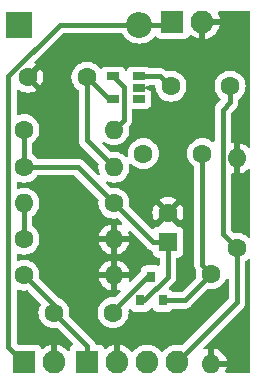
<source format=gtl>
%TF.GenerationSoftware,KiCad,Pcbnew,6.0.0+dfsg1-2*%
%TF.CreationDate,2022-01-11T21:19:37+02:00*%
%TF.ProjectId,campanero-lima,63616d70-616e-4657-926f-2d6c696d612e,rev?*%
%TF.SameCoordinates,Original*%
%TF.FileFunction,Copper,L1,Top*%
%TF.FilePolarity,Positive*%
%FSLAX46Y46*%
G04 Gerber Fmt 4.6, Leading zero omitted, Abs format (unit mm)*
G04 Created by KiCad (PCBNEW 6.0.0+dfsg1-2) date 2022-01-11 21:19:37*
%MOMM*%
%LPD*%
G01*
G04 APERTURE LIST*
%TA.AperFunction,ComponentPad*%
%ADD10C,1.600000*%
%TD*%
%TA.AperFunction,ComponentPad*%
%ADD11O,1.600000X1.600000*%
%TD*%
%TA.AperFunction,ComponentPad*%
%ADD12R,1.600000X1.600000*%
%TD*%
%TA.AperFunction,ComponentPad*%
%ADD13R,2.200000X2.200000*%
%TD*%
%TA.AperFunction,ComponentPad*%
%ADD14O,2.200000X2.200000*%
%TD*%
%TA.AperFunction,ComponentPad*%
%ADD15R,1.930400X1.930400*%
%TD*%
%TA.AperFunction,ComponentPad*%
%ADD16O,1.930400X1.930400*%
%TD*%
%TA.AperFunction,SMDPad,CuDef*%
%ADD17R,1.060000X0.650000*%
%TD*%
%TA.AperFunction,SMDPad,CuDef*%
%ADD18R,0.800000X0.900000*%
%TD*%
%TA.AperFunction,Conductor*%
%ADD19C,0.381000*%
%TD*%
G04 APERTURE END LIST*
D10*
%TO.P,C2,1*%
%TO.N,Net-(R4-Pad1)*%
X125603000Y-97028000D03*
%TO.P,C2,2*%
%TO.N,Net-(R5-Pad2)*%
X120603000Y-97028000D03*
%TD*%
%TO.P,R7,1*%
%TO.N,OUT*%
X128524000Y-105029000D03*
D11*
%TO.P,R7,2*%
%TO.N,GND*%
X128524000Y-97409000D03*
%TD*%
D12*
%TO.P,C5,1*%
%TO.N,VCC*%
X122682000Y-104521000D03*
D10*
%TO.P,C5,2*%
%TO.N,GND*%
X122682000Y-102021000D03*
%TD*%
%TO.P,R4,1*%
%TO.N,Net-(R4-Pad1)*%
X126365000Y-107188000D03*
D11*
%TO.P,R4,2*%
%TO.N,GND*%
X126365000Y-114808000D03*
%TD*%
D13*
%TO.P,D1,1,K*%
%TO.N,VCC*%
X110109000Y-86106000D03*
D14*
%TO.P,D1,2,A*%
%TO.N,+9V*%
X120269000Y-86106000D03*
%TD*%
D10*
%TO.P,R2,1*%
%TO.N,VCC*%
X118110000Y-101219000D03*
D11*
%TO.P,R2,2*%
%TO.N,Net-(R2-Pad2)*%
X110490000Y-101219000D03*
%TD*%
D10*
%TO.P,C3,1*%
%TO.N,Net-(R6-Pad2)*%
X115824000Y-90551000D03*
%TO.P,C3,2*%
%TO.N,GND*%
X110824000Y-90551000D03*
%TD*%
D15*
%TO.P,J3,1,Pin_1*%
%TO.N,IN*%
X115824000Y-114681000D03*
D16*
%TO.P,J3,2,Pin_2*%
%TO.N,GND*%
X118364000Y-114681000D03*
%TO.P,J3,3,Pin_3*%
%TO.N,Net-(J3-Pad3)*%
X120904000Y-114681000D03*
%TO.P,J3,4,Pin_4*%
%TO.N,OUT*%
X123444000Y-114681000D03*
%TD*%
D10*
%TO.P,C1,1*%
%TO.N,IN*%
X113030000Y-110490000D03*
%TO.P,C1,2*%
%TO.N,Net-(C1-Pad2)*%
X118030000Y-110490000D03*
%TD*%
%TO.P,R6,1*%
%TO.N,VCC*%
X110490000Y-98171000D03*
D11*
%TO.P,R6,2*%
%TO.N,Net-(R6-Pad2)*%
X118110000Y-98171000D03*
%TD*%
D15*
%TO.P,J1,1,Pin_1*%
%TO.N,+9V*%
X123063000Y-85852000D03*
D16*
%TO.P,J1,2,Pin_2*%
%TO.N,GND*%
X125603000Y-85852000D03*
%TD*%
D17*
%TO.P,U5,1,Flag*%
%TO.N,Net-(U5-Pad1)*%
X120226000Y-92390000D03*
%TO.P,U5,2,GND*%
%TO.N,GND*%
X120226000Y-91440000D03*
%TO.P,U5,3,OUT*%
%TO.N,Net-(C4-Pad1)*%
X120226000Y-90490000D03*
%TO.P,U5,4,Vs+*%
%TO.N,Net-(R5-Pad2)*%
X118026000Y-90490000D03*
%TO.P,U5,5,Vs-*%
%TO.N,Net-(R6-Pad2)*%
X118026000Y-92390000D03*
%TD*%
D15*
%TO.P,J2,1,Pin_1*%
%TO.N,+9V*%
X110490000Y-114681000D03*
D16*
%TO.P,J2,2,Pin_2*%
%TO.N,GND*%
X113030000Y-114681000D03*
%TD*%
D10*
%TO.P,R5,1*%
%TO.N,VCC*%
X110490000Y-94996000D03*
D11*
%TO.P,R5,2*%
%TO.N,Net-(R5-Pad2)*%
X118110000Y-94996000D03*
%TD*%
D10*
%TO.P,R1,1*%
%TO.N,IN*%
X110490000Y-107315000D03*
D11*
%TO.P,R1,2*%
%TO.N,GND*%
X118110000Y-107315000D03*
%TD*%
D10*
%TO.P,C4,1*%
%TO.N,Net-(C4-Pad1)*%
X122936000Y-91313000D03*
%TO.P,C4,2*%
%TO.N,OUT*%
X127936000Y-91313000D03*
%TD*%
D18*
%TO.P,Q1,1,D*%
%TO.N,VCC*%
X120335000Y-109458000D03*
%TO.P,Q1,2,S*%
%TO.N,Net-(R4-Pad1)*%
X122235000Y-109458000D03*
%TO.P,Q1,3,G*%
%TO.N,Net-(C1-Pad2)*%
X121285000Y-107458000D03*
%TD*%
D10*
%TO.P,R3,1*%
%TO.N,Net-(R2-Pad2)*%
X110490000Y-104267000D03*
D11*
%TO.P,R3,2*%
%TO.N,GND*%
X118110000Y-104267000D03*
%TD*%
D19*
%TO.N,Net-(C1-Pad2)*%
X118030000Y-110360734D02*
X120932734Y-107458000D01*
X118030000Y-110490000D02*
X118030000Y-110360734D01*
X120932734Y-107458000D02*
X121285000Y-107458000D01*
%TO.N,IN*%
X113030000Y-110490000D02*
X113030000Y-109855000D01*
X115824000Y-113284000D02*
X113030000Y-110490000D01*
X113030000Y-109855000D02*
X110490000Y-107315000D01*
X115824000Y-114681000D02*
X115824000Y-113284000D01*
%TO.N,Net-(R5-Pad2)*%
X118946510Y-94159490D02*
X118946510Y-91410510D01*
X118946510Y-91410510D02*
X118026000Y-90490000D01*
X118110000Y-94996000D02*
X118946510Y-94159490D01*
%TO.N,Net-(R4-Pad1)*%
X125603000Y-106426000D02*
X125603000Y-97028000D01*
X126365000Y-107188000D02*
X125603000Y-106426000D01*
X124095000Y-109458000D02*
X122235000Y-109458000D01*
X126365000Y-107188000D02*
X124095000Y-109458000D01*
%TO.N,Net-(R6-Pad2)*%
X117663000Y-92390000D02*
X115824000Y-90551000D01*
X115824000Y-95885000D02*
X115824000Y-90170000D01*
X118110000Y-98171000D02*
X115824000Y-95885000D01*
X118026000Y-92390000D02*
X117663000Y-92390000D01*
%TO.N,OUT*%
X127936000Y-92694998D02*
X127333499Y-93297499D01*
X127333499Y-103838499D02*
X127333499Y-93297499D01*
X128524000Y-105029000D02*
X127333499Y-103838499D01*
X128524000Y-109601000D02*
X128524000Y-105029000D01*
X127936000Y-91313000D02*
X127936000Y-92694998D01*
X123444000Y-114681000D02*
X128524000Y-109601000D01*
%TO.N,Net-(C4-Pad1)*%
X121986000Y-90490000D02*
X120226000Y-90490000D01*
X122809000Y-91313000D02*
X121986000Y-90490000D01*
%TO.N,VCC*%
X121412000Y-104521000D02*
X118110000Y-101219000D01*
X120687266Y-109458000D02*
X122682000Y-107463266D01*
X120335000Y-109458000D02*
X120687266Y-109458000D01*
X122682000Y-104521000D02*
X121412000Y-104521000D01*
X115062000Y-98171000D02*
X118110000Y-101219000D01*
X122682000Y-107463266D02*
X122682000Y-104521000D01*
X110490000Y-94996000D02*
X110490000Y-98171000D01*
X110490000Y-98171000D02*
X115062000Y-98171000D01*
%TO.N,+9V*%
X120269000Y-86106000D02*
X113507058Y-86106000D01*
X122809000Y-86106000D02*
X123063000Y-85852000D01*
X120269000Y-86106000D02*
X122809000Y-86106000D01*
X113507058Y-86106000D02*
X109172499Y-90440559D01*
X109172499Y-113363499D02*
X110490000Y-114681000D01*
X109172499Y-90440559D02*
X109172499Y-113363499D01*
%TO.N,Net-(R2-Pad2)*%
X110490000Y-104267000D02*
X110490000Y-101219000D01*
%TD*%
%TA.AperFunction,Conductor*%
%TO.N,GND*%
G36*
X129585032Y-105922632D02*
G01*
X129641868Y-105965179D01*
X129666679Y-106031699D01*
X129667000Y-106040688D01*
X129667000Y-115444000D01*
X129646998Y-115512121D01*
X129593342Y-115558614D01*
X129541000Y-115570000D01*
X127650672Y-115570000D01*
X127582551Y-115549998D01*
X127536058Y-115496342D01*
X127525954Y-115426068D01*
X127536477Y-115390750D01*
X127596490Y-115262053D01*
X127600236Y-115251761D01*
X127646394Y-115079497D01*
X127646058Y-115065401D01*
X127638116Y-115062000D01*
X126237000Y-115062000D01*
X126168879Y-115041998D01*
X126122386Y-114988342D01*
X126111000Y-114936000D01*
X126111000Y-114535885D01*
X126619000Y-114535885D01*
X126623475Y-114551124D01*
X126624865Y-114552329D01*
X126632548Y-114554000D01*
X127632967Y-114554000D01*
X127646498Y-114550027D01*
X127647727Y-114541478D01*
X127600236Y-114364239D01*
X127596490Y-114353947D01*
X127504414Y-114156489D01*
X127498931Y-114146993D01*
X127373972Y-113968533D01*
X127366916Y-113960125D01*
X127212875Y-113806084D01*
X127204467Y-113799028D01*
X127026007Y-113674069D01*
X127016511Y-113668586D01*
X126819053Y-113576510D01*
X126808761Y-113572764D01*
X126636497Y-113526606D01*
X126622401Y-113526942D01*
X126619000Y-113534884D01*
X126619000Y-114535885D01*
X126111000Y-114535885D01*
X126111000Y-113540033D01*
X126107027Y-113526502D01*
X126098478Y-113525273D01*
X125921239Y-113572764D01*
X125910947Y-113576510D01*
X125857944Y-113601226D01*
X125787753Y-113611887D01*
X125722940Y-113582907D01*
X125684083Y-113523488D01*
X125683520Y-113452493D01*
X125715599Y-113397936D01*
X128998038Y-110115497D01*
X129004304Y-110109643D01*
X129041549Y-110077152D01*
X129047274Y-110072158D01*
X129083494Y-110020622D01*
X129087427Y-110015326D01*
X129121606Y-109971737D01*
X129121608Y-109971734D01*
X129126292Y-109965760D01*
X129129418Y-109958836D01*
X129131256Y-109955801D01*
X129138500Y-109943102D01*
X129140188Y-109939954D01*
X129144556Y-109933739D01*
X129167438Y-109875050D01*
X129169978Y-109869005D01*
X129195913Y-109811565D01*
X129197298Y-109804092D01*
X129198369Y-109800674D01*
X129202354Y-109786685D01*
X129203251Y-109783193D01*
X129206012Y-109776111D01*
X129214233Y-109713670D01*
X129215265Y-109707157D01*
X129225361Y-109652682D01*
X129225361Y-109652680D01*
X129226745Y-109645213D01*
X129223209Y-109583887D01*
X129223000Y-109576635D01*
X129223000Y-106202530D01*
X129243002Y-106134409D01*
X129276729Y-106099317D01*
X129363789Y-106038357D01*
X129363792Y-106038355D01*
X129368300Y-106035198D01*
X129451905Y-105951593D01*
X129514217Y-105917567D01*
X129585032Y-105922632D01*
G37*
%TD.AperFunction*%
%TA.AperFunction,Conductor*%
G36*
X110038302Y-108548139D02*
G01*
X110040757Y-108549284D01*
X110166463Y-108582967D01*
X110256598Y-108607119D01*
X110256600Y-108607119D01*
X110261913Y-108608543D01*
X110490000Y-108628498D01*
X110495475Y-108628019D01*
X110712614Y-108609022D01*
X110712616Y-108609022D01*
X110718087Y-108608543D01*
X110719660Y-108608122D01*
X110789031Y-108615859D01*
X110829445Y-108642980D01*
X111871035Y-109684570D01*
X111905061Y-109746882D01*
X111899996Y-109817697D01*
X111893061Y-109832417D01*
X111892477Y-109833251D01*
X111795716Y-110040757D01*
X111794294Y-110046065D01*
X111794293Y-110046067D01*
X111764490Y-110157292D01*
X111736457Y-110261913D01*
X111716502Y-110490000D01*
X111736457Y-110718087D01*
X111737881Y-110723400D01*
X111737881Y-110723402D01*
X111766296Y-110829445D01*
X111795716Y-110939243D01*
X111798039Y-110944224D01*
X111798039Y-110944225D01*
X111890151Y-111141762D01*
X111890154Y-111141767D01*
X111892477Y-111146749D01*
X112023802Y-111334300D01*
X112185700Y-111496198D01*
X112190208Y-111499355D01*
X112190211Y-111499357D01*
X112268389Y-111554098D01*
X112373251Y-111627523D01*
X112378233Y-111629846D01*
X112378238Y-111629849D01*
X112575775Y-111721961D01*
X112580757Y-111724284D01*
X112586065Y-111725706D01*
X112586067Y-111725707D01*
X112796598Y-111782119D01*
X112796600Y-111782119D01*
X112801913Y-111783543D01*
X113030000Y-111803498D01*
X113258087Y-111783543D01*
X113259659Y-111783122D01*
X113329028Y-111790858D01*
X113369444Y-111817980D01*
X114626338Y-113074874D01*
X114660364Y-113137186D01*
X114655299Y-113208001D01*
X114612752Y-113264837D01*
X114612373Y-113265081D01*
X114612095Y-113265185D01*
X114495539Y-113352539D01*
X114408185Y-113469095D01*
X114357055Y-113605484D01*
X114356202Y-113613339D01*
X114353796Y-113635483D01*
X114326554Y-113701045D01*
X114268190Y-113741470D01*
X114197236Y-113743925D01*
X114135339Y-113706673D01*
X114041641Y-113603699D01*
X114034108Y-113596674D01*
X113852104Y-113452936D01*
X113843532Y-113447240D01*
X113640492Y-113335156D01*
X113631095Y-113330933D01*
X113412480Y-113253518D01*
X113402530Y-113250889D01*
X113301836Y-113232953D01*
X113288540Y-113234412D01*
X113284000Y-113248968D01*
X113284000Y-114809000D01*
X113263998Y-114877121D01*
X113210342Y-114923614D01*
X113158000Y-114935000D01*
X112902000Y-114935000D01*
X112833879Y-114914998D01*
X112787386Y-114861342D01*
X112776000Y-114809000D01*
X112776000Y-113247555D01*
X112772082Y-113234211D01*
X112757806Y-113232224D01*
X112692532Y-113242213D01*
X112682504Y-113244602D01*
X112462073Y-113316650D01*
X112452564Y-113320647D01*
X112246865Y-113427727D01*
X112238140Y-113433221D01*
X112102881Y-113534777D01*
X112036396Y-113559683D01*
X111967001Y-113544691D01*
X111916727Y-113494560D01*
X111909246Y-113478247D01*
X111908967Y-113477503D01*
X111905815Y-113469095D01*
X111818461Y-113352539D01*
X111701905Y-113265185D01*
X111565516Y-113214055D01*
X111503334Y-113207300D01*
X110057025Y-113207300D01*
X109988904Y-113187298D01*
X109967930Y-113170395D01*
X109908404Y-113110869D01*
X109874378Y-113048557D01*
X109871499Y-113021774D01*
X109871499Y-108667116D01*
X109891501Y-108598995D01*
X109945157Y-108552502D01*
X110015431Y-108542398D01*
X110038302Y-108548139D01*
G37*
%TD.AperFunction*%
%TA.AperFunction,Conductor*%
G36*
X114788396Y-98890002D02*
G01*
X114809370Y-98906905D01*
X116782020Y-100879555D01*
X116816046Y-100941867D01*
X116816980Y-100988961D01*
X116816457Y-100990913D01*
X116815978Y-100996384D01*
X116815978Y-100996386D01*
X116797004Y-101213264D01*
X116796502Y-101219000D01*
X116816457Y-101447087D01*
X116817881Y-101452400D01*
X116817881Y-101452402D01*
X116848574Y-101566947D01*
X116875716Y-101668243D01*
X116878039Y-101673224D01*
X116878039Y-101673225D01*
X116970151Y-101870762D01*
X116970154Y-101870767D01*
X116972477Y-101875749D01*
X117103802Y-102063300D01*
X117265700Y-102225198D01*
X117270208Y-102228355D01*
X117270211Y-102228357D01*
X117291865Y-102243519D01*
X117453251Y-102356523D01*
X117458233Y-102358846D01*
X117458238Y-102358849D01*
X117655775Y-102450961D01*
X117660757Y-102453284D01*
X117666065Y-102454706D01*
X117666067Y-102454707D01*
X117876598Y-102511119D01*
X117876600Y-102511119D01*
X117881913Y-102512543D01*
X118110000Y-102532498D01*
X118115475Y-102532019D01*
X118332614Y-102513022D01*
X118332616Y-102513022D01*
X118338087Y-102512543D01*
X118339660Y-102512122D01*
X118409031Y-102519859D01*
X118449445Y-102546980D01*
X118759401Y-102856936D01*
X118793427Y-102919248D01*
X118788362Y-102990063D01*
X118745815Y-103046899D01*
X118679295Y-103071710D01*
X118617056Y-103060226D01*
X118564053Y-103035510D01*
X118553761Y-103031764D01*
X118381497Y-102985606D01*
X118367401Y-102985942D01*
X118364000Y-102993884D01*
X118364000Y-103994885D01*
X118368475Y-104010124D01*
X118369865Y-104011329D01*
X118377548Y-104013000D01*
X119377967Y-104013000D01*
X119391498Y-104009027D01*
X119392727Y-104000478D01*
X119345236Y-103823239D01*
X119341490Y-103812947D01*
X119316774Y-103759944D01*
X119306113Y-103689753D01*
X119335093Y-103624940D01*
X119394512Y-103586083D01*
X119465507Y-103585520D01*
X119520064Y-103617599D01*
X120897503Y-104995038D01*
X120903356Y-105001303D01*
X120940842Y-105044274D01*
X120947056Y-105048641D01*
X120992378Y-105080494D01*
X120997674Y-105084427D01*
X121041263Y-105118606D01*
X121041266Y-105118608D01*
X121047240Y-105123292D01*
X121054164Y-105126418D01*
X121057199Y-105128256D01*
X121069898Y-105135500D01*
X121073046Y-105137188D01*
X121079261Y-105141556D01*
X121137950Y-105164438D01*
X121143995Y-105166978D01*
X121201435Y-105192913D01*
X121208908Y-105194298D01*
X121212326Y-105195369D01*
X121226315Y-105199354D01*
X121229806Y-105200250D01*
X121236889Y-105203012D01*
X121263945Y-105206574D01*
X121328873Y-105235296D01*
X121367965Y-105294560D01*
X121373500Y-105331496D01*
X121373500Y-105369134D01*
X121380255Y-105431316D01*
X121431385Y-105567705D01*
X121518739Y-105684261D01*
X121635295Y-105771615D01*
X121771684Y-105822745D01*
X121833866Y-105829500D01*
X121857000Y-105829500D01*
X121925121Y-105849502D01*
X121971614Y-105903158D01*
X121983000Y-105955500D01*
X121983000Y-106394816D01*
X121962998Y-106462937D01*
X121909342Y-106509430D01*
X121839068Y-106519534D01*
X121812772Y-106512798D01*
X121802721Y-106509030D01*
X121802714Y-106509028D01*
X121795316Y-106506255D01*
X121733134Y-106499500D01*
X120836866Y-106499500D01*
X120774684Y-106506255D01*
X120638295Y-106557385D01*
X120521739Y-106644739D01*
X120434385Y-106761295D01*
X120383255Y-106897684D01*
X120376500Y-106959866D01*
X120376500Y-106973509D01*
X120356498Y-107041630D01*
X120339595Y-107062604D01*
X119568595Y-107833604D01*
X119506283Y-107867630D01*
X119435468Y-107862565D01*
X119378632Y-107820018D01*
X119353821Y-107753498D01*
X119357793Y-107711898D01*
X119391394Y-107586497D01*
X119391058Y-107572401D01*
X119383116Y-107569000D01*
X118382115Y-107569000D01*
X118366876Y-107573475D01*
X118365671Y-107574865D01*
X118364000Y-107582548D01*
X118364000Y-108582967D01*
X118367973Y-108596498D01*
X118376522Y-108597727D01*
X118506898Y-108562793D01*
X118577875Y-108564483D01*
X118636670Y-108604277D01*
X118664618Y-108669542D01*
X118652844Y-108739555D01*
X118628604Y-108773595D01*
X118251500Y-109150699D01*
X118189188Y-109184725D01*
X118151424Y-109187125D01*
X118035476Y-109176981D01*
X118035475Y-109176981D01*
X118030000Y-109176502D01*
X117801913Y-109196457D01*
X117796600Y-109197881D01*
X117796598Y-109197881D01*
X117586067Y-109254293D01*
X117586065Y-109254294D01*
X117580757Y-109255716D01*
X117575776Y-109258039D01*
X117575775Y-109258039D01*
X117378238Y-109350151D01*
X117378233Y-109350154D01*
X117373251Y-109352477D01*
X117268389Y-109425902D01*
X117190211Y-109480643D01*
X117190208Y-109480645D01*
X117185700Y-109483802D01*
X117023802Y-109645700D01*
X116892477Y-109833251D01*
X116890154Y-109838233D01*
X116890151Y-109838238D01*
X116803655Y-110023731D01*
X116795716Y-110040757D01*
X116794294Y-110046065D01*
X116794293Y-110046067D01*
X116764490Y-110157292D01*
X116736457Y-110261913D01*
X116716502Y-110490000D01*
X116736457Y-110718087D01*
X116737881Y-110723400D01*
X116737881Y-110723402D01*
X116766296Y-110829445D01*
X116795716Y-110939243D01*
X116798039Y-110944224D01*
X116798039Y-110944225D01*
X116890151Y-111141762D01*
X116890154Y-111141767D01*
X116892477Y-111146749D01*
X117023802Y-111334300D01*
X117185700Y-111496198D01*
X117190208Y-111499355D01*
X117190211Y-111499357D01*
X117268389Y-111554098D01*
X117373251Y-111627523D01*
X117378233Y-111629846D01*
X117378238Y-111629849D01*
X117575775Y-111721961D01*
X117580757Y-111724284D01*
X117586065Y-111725706D01*
X117586067Y-111725707D01*
X117796598Y-111782119D01*
X117796600Y-111782119D01*
X117801913Y-111783543D01*
X118030000Y-111803498D01*
X118258087Y-111783543D01*
X118263400Y-111782119D01*
X118263402Y-111782119D01*
X118473933Y-111725707D01*
X118473935Y-111725706D01*
X118479243Y-111724284D01*
X118484225Y-111721961D01*
X118681762Y-111629849D01*
X118681767Y-111629846D01*
X118686749Y-111627523D01*
X118791611Y-111554098D01*
X118869789Y-111499357D01*
X118869792Y-111499355D01*
X118874300Y-111496198D01*
X119036198Y-111334300D01*
X119167523Y-111146749D01*
X119169846Y-111141767D01*
X119169849Y-111141762D01*
X119261961Y-110944225D01*
X119261961Y-110944224D01*
X119264284Y-110939243D01*
X119293705Y-110829445D01*
X119322119Y-110723402D01*
X119322119Y-110723400D01*
X119323543Y-110718087D01*
X119343498Y-110490000D01*
X119330154Y-110337476D01*
X119344143Y-110267871D01*
X119393543Y-110216878D01*
X119462669Y-110200688D01*
X119529574Y-110224441D01*
X119556501Y-110250929D01*
X119571739Y-110271261D01*
X119688295Y-110358615D01*
X119824684Y-110409745D01*
X119886866Y-110416500D01*
X120783134Y-110416500D01*
X120845316Y-110409745D01*
X120981705Y-110358615D01*
X121098261Y-110271261D01*
X121180770Y-110161170D01*
X121184174Y-110156628D01*
X121241033Y-110114113D01*
X121311852Y-110109087D01*
X121374145Y-110143147D01*
X121385826Y-110156628D01*
X121389230Y-110161170D01*
X121471739Y-110271261D01*
X121588295Y-110358615D01*
X121724684Y-110409745D01*
X121786866Y-110416500D01*
X122683134Y-110416500D01*
X122745316Y-110409745D01*
X122881705Y-110358615D01*
X122998261Y-110271261D01*
X123046096Y-110207435D01*
X123102955Y-110164920D01*
X123146922Y-110157000D01*
X124066401Y-110157000D01*
X124074971Y-110157292D01*
X124124277Y-110160654D01*
X124124281Y-110160654D01*
X124131852Y-110161170D01*
X124139328Y-110159865D01*
X124139332Y-110159865D01*
X124193924Y-110150337D01*
X124200449Y-110149374D01*
X124255418Y-110142722D01*
X124255420Y-110142721D01*
X124262960Y-110141809D01*
X124270062Y-110139125D01*
X124273500Y-110138281D01*
X124287623Y-110134417D01*
X124291034Y-110133387D01*
X124298517Y-110132081D01*
X124339450Y-110114113D01*
X124356198Y-110106761D01*
X124362304Y-110104270D01*
X124414117Y-110084691D01*
X124414118Y-110084690D01*
X124421222Y-110082006D01*
X124427477Y-110077707D01*
X124430618Y-110076065D01*
X124443372Y-110068967D01*
X124446478Y-110067130D01*
X124453433Y-110064077D01*
X124459460Y-110059452D01*
X124459464Y-110059450D01*
X124503402Y-110025735D01*
X124508720Y-110021871D01*
X124560652Y-109986179D01*
X124601535Y-109940293D01*
X124606498Y-109935037D01*
X126025556Y-108515980D01*
X126087868Y-108481954D01*
X126134962Y-108481020D01*
X126136913Y-108481543D01*
X126365000Y-108501498D01*
X126593087Y-108481543D01*
X126598400Y-108480119D01*
X126598402Y-108480119D01*
X126808933Y-108423707D01*
X126808935Y-108423706D01*
X126814243Y-108422284D01*
X126819225Y-108419961D01*
X127016762Y-108327849D01*
X127016767Y-108327846D01*
X127021749Y-108325523D01*
X127126611Y-108252098D01*
X127204789Y-108197357D01*
X127204792Y-108197355D01*
X127209300Y-108194198D01*
X127371198Y-108032300D01*
X127502523Y-107844749D01*
X127504846Y-107839767D01*
X127504849Y-107839762D01*
X127584805Y-107668294D01*
X127631722Y-107615009D01*
X127699999Y-107595548D01*
X127767959Y-107616090D01*
X127814025Y-107670112D01*
X127825000Y-107721544D01*
X127825000Y-109259275D01*
X127804998Y-109327396D01*
X127788095Y-109348370D01*
X123922047Y-113214418D01*
X123859735Y-113248444D01*
X123810856Y-113249370D01*
X123718690Y-113232953D01*
X123583163Y-113208812D01*
X123489625Y-113207669D01*
X123346018Y-113205914D01*
X123346016Y-113205914D01*
X123340848Y-113205851D01*
X123101303Y-113242507D01*
X122870961Y-113317794D01*
X122656009Y-113429691D01*
X122651876Y-113432794D01*
X122651873Y-113432796D01*
X122482875Y-113559683D01*
X122462218Y-113575193D01*
X122294795Y-113750392D01*
X122279234Y-113773204D01*
X122224324Y-113818205D01*
X122153799Y-113826376D01*
X122090052Y-113795122D01*
X122076987Y-113780893D01*
X122075599Y-113778747D01*
X122070555Y-113773203D01*
X121915981Y-113603329D01*
X121912506Y-113599510D01*
X121722328Y-113449317D01*
X121629252Y-113397936D01*
X121514705Y-113334702D01*
X121514702Y-113334701D01*
X121510174Y-113332201D01*
X121374662Y-113284214D01*
X121286613Y-113253034D01*
X121286610Y-113253033D01*
X121281741Y-113251309D01*
X121276652Y-113250402D01*
X121276650Y-113250402D01*
X121174598Y-113232224D01*
X121043163Y-113208812D01*
X120949625Y-113207669D01*
X120806018Y-113205914D01*
X120806016Y-113205914D01*
X120800848Y-113205851D01*
X120561303Y-113242507D01*
X120330961Y-113317794D01*
X120116009Y-113429691D01*
X120111876Y-113432794D01*
X120111873Y-113432796D01*
X119942875Y-113559683D01*
X119922218Y-113575193D01*
X119754795Y-113750392D01*
X119751884Y-113754660D01*
X119751878Y-113754667D01*
X119738935Y-113773640D01*
X119684023Y-113818642D01*
X119613498Y-113826812D01*
X119549751Y-113795556D01*
X119535021Y-113779515D01*
X119531718Y-113775227D01*
X119375641Y-113603700D01*
X119368108Y-113596674D01*
X119186104Y-113452936D01*
X119177532Y-113447240D01*
X118974492Y-113335156D01*
X118965095Y-113330933D01*
X118746480Y-113253518D01*
X118736530Y-113250889D01*
X118635836Y-113232953D01*
X118622540Y-113234412D01*
X118618000Y-113248968D01*
X118618000Y-114809000D01*
X118597998Y-114877121D01*
X118544342Y-114923614D01*
X118492000Y-114935000D01*
X118236000Y-114935000D01*
X118167879Y-114914998D01*
X118121386Y-114861342D01*
X118110000Y-114809000D01*
X118110000Y-113247555D01*
X118106082Y-113234211D01*
X118091806Y-113232224D01*
X118026532Y-113242213D01*
X118016504Y-113244602D01*
X117796073Y-113316650D01*
X117786564Y-113320647D01*
X117580865Y-113427727D01*
X117572140Y-113433221D01*
X117436881Y-113534777D01*
X117370396Y-113559683D01*
X117301001Y-113544691D01*
X117250727Y-113494560D01*
X117243246Y-113478247D01*
X117242967Y-113477503D01*
X117239815Y-113469095D01*
X117152461Y-113352539D01*
X117035905Y-113265185D01*
X116899516Y-113214055D01*
X116837334Y-113207300D01*
X116628081Y-113207300D01*
X116559960Y-113187298D01*
X116513467Y-113133642D01*
X116508056Y-113118077D01*
X116507809Y-113116040D01*
X116505123Y-113108932D01*
X116504266Y-113105443D01*
X116500430Y-113091421D01*
X116499389Y-113087973D01*
X116498082Y-113080483D01*
X116472763Y-113022805D01*
X116470270Y-113016697D01*
X116450692Y-112964886D01*
X116450692Y-112964885D01*
X116448006Y-112957778D01*
X116443700Y-112951512D01*
X116442050Y-112948357D01*
X116434931Y-112935565D01*
X116433131Y-112932521D01*
X116430078Y-112925567D01*
X116391740Y-112875604D01*
X116387862Y-112870267D01*
X116356481Y-112824607D01*
X116356479Y-112824605D01*
X116352179Y-112818348D01*
X116306311Y-112777481D01*
X116301036Y-112772501D01*
X114357980Y-110829445D01*
X114323954Y-110767133D01*
X114323020Y-110720039D01*
X114323543Y-110718087D01*
X114324023Y-110712607D01*
X114343019Y-110495475D01*
X114343498Y-110490000D01*
X114323543Y-110261913D01*
X114295510Y-110157292D01*
X114265707Y-110046067D01*
X114265706Y-110046065D01*
X114264284Y-110040757D01*
X114256345Y-110023731D01*
X114169849Y-109838238D01*
X114169846Y-109838233D01*
X114167523Y-109833251D01*
X114036198Y-109645700D01*
X113874300Y-109483802D01*
X113869792Y-109480645D01*
X113869789Y-109480643D01*
X113791611Y-109425902D01*
X113686749Y-109352477D01*
X113681767Y-109350154D01*
X113681762Y-109350151D01*
X113484225Y-109258039D01*
X113484224Y-109258039D01*
X113479243Y-109255716D01*
X113473938Y-109254295D01*
X113473931Y-109254292D01*
X113429904Y-109242496D01*
X113373419Y-109209884D01*
X111817980Y-107654444D01*
X111783954Y-107592132D01*
X111783744Y-107581522D01*
X116827273Y-107581522D01*
X116874764Y-107758761D01*
X116878510Y-107769053D01*
X116970586Y-107966511D01*
X116976069Y-107976007D01*
X117101028Y-108154467D01*
X117108084Y-108162875D01*
X117262125Y-108316916D01*
X117270533Y-108323972D01*
X117448993Y-108448931D01*
X117458489Y-108454414D01*
X117655947Y-108546490D01*
X117666239Y-108550236D01*
X117838503Y-108596394D01*
X117852599Y-108596058D01*
X117856000Y-108588116D01*
X117856000Y-107587115D01*
X117851525Y-107571876D01*
X117850135Y-107570671D01*
X117842452Y-107569000D01*
X116842033Y-107569000D01*
X116828502Y-107572973D01*
X116827273Y-107581522D01*
X111783744Y-107581522D01*
X111783020Y-107545038D01*
X111783543Y-107543087D01*
X111803498Y-107315000D01*
X111783543Y-107086913D01*
X111782119Y-107081598D01*
X111771911Y-107043503D01*
X116828606Y-107043503D01*
X116828942Y-107057599D01*
X116836884Y-107061000D01*
X117837885Y-107061000D01*
X117853124Y-107056525D01*
X117854329Y-107055135D01*
X117856000Y-107047452D01*
X117856000Y-107042885D01*
X118364000Y-107042885D01*
X118368475Y-107058124D01*
X118369865Y-107059329D01*
X118377548Y-107061000D01*
X119377967Y-107061000D01*
X119391498Y-107057027D01*
X119392727Y-107048478D01*
X119345236Y-106871239D01*
X119341490Y-106860947D01*
X119249414Y-106663489D01*
X119243931Y-106653993D01*
X119118972Y-106475533D01*
X119111916Y-106467125D01*
X118957875Y-106313084D01*
X118949467Y-106306028D01*
X118771007Y-106181069D01*
X118761511Y-106175586D01*
X118564053Y-106083510D01*
X118553761Y-106079764D01*
X118381497Y-106033606D01*
X118367401Y-106033942D01*
X118364000Y-106041884D01*
X118364000Y-107042885D01*
X117856000Y-107042885D01*
X117856000Y-106047033D01*
X117852027Y-106033502D01*
X117843478Y-106032273D01*
X117666239Y-106079764D01*
X117655947Y-106083510D01*
X117458489Y-106175586D01*
X117448993Y-106181069D01*
X117270533Y-106306028D01*
X117262125Y-106313084D01*
X117108084Y-106467125D01*
X117101028Y-106475533D01*
X116976069Y-106653993D01*
X116970586Y-106663489D01*
X116878510Y-106860947D01*
X116874764Y-106871239D01*
X116828606Y-107043503D01*
X111771911Y-107043503D01*
X111725707Y-106871067D01*
X111725706Y-106871065D01*
X111724284Y-106865757D01*
X111689175Y-106790464D01*
X111629849Y-106663238D01*
X111629846Y-106663233D01*
X111627523Y-106658251D01*
X111530392Y-106519534D01*
X111499357Y-106475211D01*
X111499355Y-106475208D01*
X111496198Y-106470700D01*
X111334300Y-106308802D01*
X111329792Y-106305645D01*
X111329789Y-106305643D01*
X111158491Y-106185699D01*
X111146749Y-106177477D01*
X111141767Y-106175154D01*
X111141762Y-106175151D01*
X110944225Y-106083039D01*
X110944224Y-106083039D01*
X110939243Y-106080716D01*
X110933935Y-106079294D01*
X110933933Y-106079293D01*
X110723402Y-106022881D01*
X110723400Y-106022881D01*
X110718087Y-106021457D01*
X110490000Y-106001502D01*
X110261913Y-106021457D01*
X110256600Y-106022881D01*
X110256598Y-106022881D01*
X110210631Y-106035198D01*
X110040757Y-106080716D01*
X110039368Y-106081364D01*
X109969738Y-106085788D01*
X109907698Y-106051268D01*
X109874169Y-105988688D01*
X109871499Y-105962884D01*
X109871499Y-105619116D01*
X109891501Y-105550995D01*
X109945157Y-105504502D01*
X110015431Y-105494398D01*
X110038302Y-105500139D01*
X110040757Y-105501284D01*
X110166463Y-105534967D01*
X110256598Y-105559119D01*
X110256600Y-105559119D01*
X110261913Y-105560543D01*
X110490000Y-105580498D01*
X110718087Y-105560543D01*
X110723400Y-105559119D01*
X110723402Y-105559119D01*
X110933933Y-105502707D01*
X110933935Y-105502706D01*
X110939243Y-105501284D01*
X110988655Y-105478243D01*
X111141762Y-105406849D01*
X111141767Y-105406846D01*
X111146749Y-105404523D01*
X111303792Y-105294560D01*
X111329789Y-105276357D01*
X111329792Y-105276355D01*
X111334300Y-105273198D01*
X111496198Y-105111300D01*
X111540073Y-105048641D01*
X111573218Y-105001304D01*
X111627523Y-104923749D01*
X111629846Y-104918767D01*
X111629849Y-104918762D01*
X111721961Y-104721225D01*
X111721961Y-104721224D01*
X111724284Y-104716243D01*
X111772970Y-104534548D01*
X111773245Y-104533522D01*
X116827273Y-104533522D01*
X116874764Y-104710761D01*
X116878510Y-104721053D01*
X116970586Y-104918511D01*
X116976069Y-104928007D01*
X117101028Y-105106467D01*
X117108084Y-105114875D01*
X117262125Y-105268916D01*
X117270533Y-105275972D01*
X117448993Y-105400931D01*
X117458489Y-105406414D01*
X117655947Y-105498490D01*
X117666239Y-105502236D01*
X117838503Y-105548394D01*
X117852599Y-105548058D01*
X117856000Y-105540116D01*
X117856000Y-105534967D01*
X118364000Y-105534967D01*
X118367973Y-105548498D01*
X118376522Y-105549727D01*
X118553761Y-105502236D01*
X118564053Y-105498490D01*
X118761511Y-105406414D01*
X118771007Y-105400931D01*
X118949467Y-105275972D01*
X118957875Y-105268916D01*
X119111916Y-105114875D01*
X119118972Y-105106467D01*
X119243931Y-104928007D01*
X119249414Y-104918511D01*
X119341490Y-104721053D01*
X119345236Y-104710761D01*
X119391394Y-104538497D01*
X119391058Y-104524401D01*
X119383116Y-104521000D01*
X118382115Y-104521000D01*
X118366876Y-104525475D01*
X118365671Y-104526865D01*
X118364000Y-104534548D01*
X118364000Y-105534967D01*
X117856000Y-105534967D01*
X117856000Y-104539115D01*
X117851525Y-104523876D01*
X117850135Y-104522671D01*
X117842452Y-104521000D01*
X116842033Y-104521000D01*
X116828502Y-104524973D01*
X116827273Y-104533522D01*
X111773245Y-104533522D01*
X111782119Y-104500402D01*
X111782119Y-104500400D01*
X111783543Y-104495087D01*
X111803498Y-104267000D01*
X111783543Y-104038913D01*
X111782119Y-104033598D01*
X111771911Y-103995503D01*
X116828606Y-103995503D01*
X116828942Y-104009599D01*
X116836884Y-104013000D01*
X117837885Y-104013000D01*
X117853124Y-104008525D01*
X117854329Y-104007135D01*
X117856000Y-103999452D01*
X117856000Y-102999033D01*
X117852027Y-102985502D01*
X117843478Y-102984273D01*
X117666239Y-103031764D01*
X117655947Y-103035510D01*
X117458489Y-103127586D01*
X117448993Y-103133069D01*
X117270533Y-103258028D01*
X117262125Y-103265084D01*
X117108084Y-103419125D01*
X117101028Y-103427533D01*
X116976069Y-103605993D01*
X116970586Y-103615489D01*
X116878510Y-103812947D01*
X116874764Y-103823239D01*
X116828606Y-103995503D01*
X111771911Y-103995503D01*
X111725707Y-103823067D01*
X111725706Y-103823065D01*
X111724284Y-103817757D01*
X111686571Y-103736881D01*
X111629849Y-103615238D01*
X111629846Y-103615233D01*
X111627523Y-103610251D01*
X111496198Y-103422700D01*
X111334300Y-103260802D01*
X111329792Y-103257645D01*
X111329789Y-103257643D01*
X111242729Y-103196683D01*
X111198401Y-103141226D01*
X111189000Y-103093470D01*
X111189000Y-102392530D01*
X111209002Y-102324409D01*
X111242729Y-102289317D01*
X111329789Y-102228357D01*
X111329792Y-102228355D01*
X111334300Y-102225198D01*
X111496198Y-102063300D01*
X111627523Y-101875749D01*
X111629846Y-101870767D01*
X111629849Y-101870762D01*
X111721961Y-101673225D01*
X111721961Y-101673224D01*
X111724284Y-101668243D01*
X111751427Y-101566947D01*
X111782119Y-101452402D01*
X111782119Y-101452400D01*
X111783543Y-101447087D01*
X111803498Y-101219000D01*
X111783543Y-100990913D01*
X111770401Y-100941867D01*
X111725707Y-100775067D01*
X111725706Y-100775065D01*
X111724284Y-100769757D01*
X111705454Y-100729375D01*
X111629849Y-100567238D01*
X111629846Y-100567233D01*
X111627523Y-100562251D01*
X111496198Y-100374700D01*
X111334300Y-100212802D01*
X111329792Y-100209645D01*
X111329789Y-100209643D01*
X111251611Y-100154902D01*
X111146749Y-100081477D01*
X111141767Y-100079154D01*
X111141762Y-100079151D01*
X110944225Y-99987039D01*
X110944224Y-99987039D01*
X110939243Y-99984716D01*
X110933935Y-99983294D01*
X110933933Y-99983293D01*
X110723402Y-99926881D01*
X110723400Y-99926881D01*
X110718087Y-99925457D01*
X110490000Y-99905502D01*
X110261913Y-99925457D01*
X110256600Y-99926881D01*
X110256598Y-99926881D01*
X110201249Y-99941712D01*
X110040757Y-99984716D01*
X110039368Y-99985364D01*
X109969738Y-99989788D01*
X109907698Y-99955268D01*
X109874169Y-99892688D01*
X109871499Y-99866884D01*
X109871499Y-99523116D01*
X109891501Y-99454995D01*
X109945157Y-99408502D01*
X110015431Y-99398398D01*
X110038302Y-99404139D01*
X110040757Y-99405284D01*
X110191297Y-99445621D01*
X110256598Y-99463119D01*
X110256600Y-99463119D01*
X110261913Y-99464543D01*
X110490000Y-99484498D01*
X110718087Y-99464543D01*
X110723400Y-99463119D01*
X110723402Y-99463119D01*
X110933933Y-99406707D01*
X110933935Y-99406706D01*
X110939243Y-99405284D01*
X110954010Y-99398398D01*
X111141762Y-99310849D01*
X111141767Y-99310846D01*
X111146749Y-99308523D01*
X111251611Y-99235098D01*
X111329789Y-99180357D01*
X111329792Y-99180355D01*
X111334300Y-99177198D01*
X111496198Y-99015300D01*
X111560317Y-98923729D01*
X111615774Y-98879401D01*
X111663530Y-98870000D01*
X114720275Y-98870000D01*
X114788396Y-98890002D01*
G37*
%TD.AperFunction*%
%TA.AperFunction,Conductor*%
G36*
X129609121Y-84983002D02*
G01*
X129655614Y-85036658D01*
X129667000Y-85089000D01*
X129667000Y-96398019D01*
X129646998Y-96466140D01*
X129593342Y-96512633D01*
X129523068Y-96522737D01*
X129458488Y-96493243D01*
X129451905Y-96487114D01*
X129371875Y-96407084D01*
X129363467Y-96400028D01*
X129185007Y-96275069D01*
X129175511Y-96269586D01*
X128978053Y-96177510D01*
X128967761Y-96173764D01*
X128795497Y-96127606D01*
X128781401Y-96127942D01*
X128778000Y-96135884D01*
X128778000Y-98676967D01*
X128781973Y-98690498D01*
X128790522Y-98691727D01*
X128967761Y-98644236D01*
X128978053Y-98640490D01*
X129175511Y-98548414D01*
X129185007Y-98542931D01*
X129363467Y-98417972D01*
X129371875Y-98410916D01*
X129451905Y-98330886D01*
X129514217Y-98296860D01*
X129585032Y-98301925D01*
X129641868Y-98344472D01*
X129666679Y-98410992D01*
X129667000Y-98419981D01*
X129667000Y-104017312D01*
X129646998Y-104085433D01*
X129593342Y-104131926D01*
X129523068Y-104142030D01*
X129458488Y-104112536D01*
X129451905Y-104106407D01*
X129368300Y-104022802D01*
X129363792Y-104019645D01*
X129363789Y-104019643D01*
X129250985Y-103940657D01*
X129180749Y-103891477D01*
X129175767Y-103889154D01*
X129175762Y-103889151D01*
X128978225Y-103797039D01*
X128978224Y-103797039D01*
X128973243Y-103794716D01*
X128967935Y-103793294D01*
X128967933Y-103793293D01*
X128757402Y-103736881D01*
X128757400Y-103736881D01*
X128752087Y-103735457D01*
X128524000Y-103715502D01*
X128518525Y-103715981D01*
X128301386Y-103734978D01*
X128301384Y-103734978D01*
X128295913Y-103735457D01*
X128294340Y-103735878D01*
X128224969Y-103728141D01*
X128184555Y-103701020D01*
X128069404Y-103585869D01*
X128035378Y-103523557D01*
X128032499Y-103496774D01*
X128032499Y-98795651D01*
X128052501Y-98727530D01*
X128106157Y-98681037D01*
X128176431Y-98670933D01*
X128191109Y-98673944D01*
X128252502Y-98690394D01*
X128266599Y-98690058D01*
X128270000Y-98682116D01*
X128270000Y-96141033D01*
X128266027Y-96127502D01*
X128257478Y-96126273D01*
X128191109Y-96144056D01*
X128120133Y-96142366D01*
X128061337Y-96102571D01*
X128033390Y-96037307D01*
X128032499Y-96022349D01*
X128032499Y-93639224D01*
X128052501Y-93571103D01*
X128069404Y-93550129D01*
X128410038Y-93209495D01*
X128416304Y-93203641D01*
X128430403Y-93191342D01*
X128459274Y-93166156D01*
X128495494Y-93114620D01*
X128499427Y-93109324D01*
X128533606Y-93065735D01*
X128533608Y-93065732D01*
X128538292Y-93059758D01*
X128541418Y-93052834D01*
X128543256Y-93049799D01*
X128550500Y-93037100D01*
X128552188Y-93033952D01*
X128556556Y-93027737D01*
X128579438Y-92969048D01*
X128581978Y-92963003D01*
X128607913Y-92905563D01*
X128609298Y-92898090D01*
X128610369Y-92894672D01*
X128614354Y-92880683D01*
X128615251Y-92877191D01*
X128618012Y-92870109D01*
X128622956Y-92832555D01*
X128626233Y-92807668D01*
X128627265Y-92801155D01*
X128637361Y-92746680D01*
X128637361Y-92746678D01*
X128638745Y-92739211D01*
X128635209Y-92677885D01*
X128635000Y-92670633D01*
X128635000Y-92486530D01*
X128655002Y-92418409D01*
X128688729Y-92383317D01*
X128775789Y-92322357D01*
X128775792Y-92322355D01*
X128780300Y-92319198D01*
X128942198Y-92157300D01*
X129073523Y-91969749D01*
X129075846Y-91964767D01*
X129075849Y-91964762D01*
X129167961Y-91767225D01*
X129167961Y-91767224D01*
X129170284Y-91762243D01*
X129193930Y-91673998D01*
X129228119Y-91546402D01*
X129228119Y-91546400D01*
X129229543Y-91541087D01*
X129249498Y-91313000D01*
X129229543Y-91084913D01*
X129208191Y-91005225D01*
X129171707Y-90869067D01*
X129171706Y-90869065D01*
X129170284Y-90863757D01*
X129167961Y-90858775D01*
X129075849Y-90661238D01*
X129075846Y-90661233D01*
X129073523Y-90656251D01*
X128942198Y-90468700D01*
X128780300Y-90306802D01*
X128775792Y-90303645D01*
X128775789Y-90303643D01*
X128697611Y-90248902D01*
X128592749Y-90175477D01*
X128587767Y-90173154D01*
X128587762Y-90173151D01*
X128390225Y-90081039D01*
X128390224Y-90081039D01*
X128385243Y-90078716D01*
X128379935Y-90077294D01*
X128379933Y-90077293D01*
X128169402Y-90020881D01*
X128169400Y-90020881D01*
X128164087Y-90019457D01*
X127936000Y-89999502D01*
X127707913Y-90019457D01*
X127702600Y-90020881D01*
X127702598Y-90020881D01*
X127492067Y-90077293D01*
X127492065Y-90077294D01*
X127486757Y-90078716D01*
X127481776Y-90081039D01*
X127481775Y-90081039D01*
X127284238Y-90173151D01*
X127284233Y-90173154D01*
X127279251Y-90175477D01*
X127174389Y-90248902D01*
X127096211Y-90303643D01*
X127096208Y-90303645D01*
X127091700Y-90306802D01*
X126929802Y-90468700D01*
X126798477Y-90656251D01*
X126796154Y-90661233D01*
X126796151Y-90661238D01*
X126704039Y-90858775D01*
X126701716Y-90863757D01*
X126700294Y-90869065D01*
X126700293Y-90869067D01*
X126663809Y-91005225D01*
X126642457Y-91084913D01*
X126622502Y-91313000D01*
X126642457Y-91541087D01*
X126643881Y-91546400D01*
X126643881Y-91546402D01*
X126678071Y-91673998D01*
X126701716Y-91762243D01*
X126704039Y-91767224D01*
X126704039Y-91767225D01*
X126796151Y-91964762D01*
X126796154Y-91964767D01*
X126798477Y-91969749D01*
X126929802Y-92157300D01*
X127091700Y-92319198D01*
X127096212Y-92322357D01*
X127096217Y-92322361D01*
X127104896Y-92328439D01*
X127149223Y-92383897D01*
X127156531Y-92454516D01*
X127121718Y-92520745D01*
X126859461Y-92783002D01*
X126853196Y-92788855D01*
X126810225Y-92826341D01*
X126784759Y-92862575D01*
X126774005Y-92877877D01*
X126770072Y-92883173D01*
X126735893Y-92926762D01*
X126735891Y-92926765D01*
X126731207Y-92932739D01*
X126728081Y-92939663D01*
X126726243Y-92942698D01*
X126718999Y-92955397D01*
X126717311Y-92958545D01*
X126712943Y-92964760D01*
X126710183Y-92971839D01*
X126690066Y-93023438D01*
X126687521Y-93029494D01*
X126661586Y-93086934D01*
X126660201Y-93094407D01*
X126659130Y-93097825D01*
X126655145Y-93111814D01*
X126654248Y-93115306D01*
X126651487Y-93122388D01*
X126650495Y-93129921D01*
X126650495Y-93129922D01*
X126643266Y-93184829D01*
X126642234Y-93191342D01*
X126636322Y-93223244D01*
X126630754Y-93253286D01*
X126631191Y-93260866D01*
X126631191Y-93260867D01*
X126634290Y-93314611D01*
X126634499Y-93321864D01*
X126634499Y-95910836D01*
X126614497Y-95978957D01*
X126560841Y-96025450D01*
X126490567Y-96035554D01*
X126436228Y-96014049D01*
X126264258Y-95893634D01*
X126264256Y-95893633D01*
X126259749Y-95890477D01*
X126254767Y-95888154D01*
X126254762Y-95888151D01*
X126057225Y-95796039D01*
X126057224Y-95796039D01*
X126052243Y-95793716D01*
X126046935Y-95792294D01*
X126046933Y-95792293D01*
X125836402Y-95735881D01*
X125836400Y-95735881D01*
X125831087Y-95734457D01*
X125603000Y-95714502D01*
X125374913Y-95734457D01*
X125369600Y-95735881D01*
X125369598Y-95735881D01*
X125159067Y-95792293D01*
X125159065Y-95792294D01*
X125153757Y-95793716D01*
X125148776Y-95796039D01*
X125148775Y-95796039D01*
X124951238Y-95888151D01*
X124951233Y-95888154D01*
X124946251Y-95890477D01*
X124858490Y-95951928D01*
X124763211Y-96018643D01*
X124763208Y-96018645D01*
X124758700Y-96021802D01*
X124596802Y-96183700D01*
X124593645Y-96188208D01*
X124593643Y-96188211D01*
X124565810Y-96227961D01*
X124465477Y-96371251D01*
X124463154Y-96376233D01*
X124463151Y-96376238D01*
X124399550Y-96512633D01*
X124368716Y-96578757D01*
X124309457Y-96799913D01*
X124289502Y-97028000D01*
X124309457Y-97256087D01*
X124310881Y-97261400D01*
X124310881Y-97261402D01*
X124366308Y-97468255D01*
X124368716Y-97477243D01*
X124371039Y-97482224D01*
X124371039Y-97482225D01*
X124463151Y-97679762D01*
X124463154Y-97679767D01*
X124465477Y-97684749D01*
X124596802Y-97872300D01*
X124758700Y-98034198D01*
X124763208Y-98037355D01*
X124763211Y-98037357D01*
X124850271Y-98098317D01*
X124894599Y-98153774D01*
X124904000Y-98201530D01*
X124904000Y-106397401D01*
X124903708Y-106405971D01*
X124899830Y-106462852D01*
X124901135Y-106470328D01*
X124901135Y-106470332D01*
X124910663Y-106524924D01*
X124911626Y-106531449D01*
X124915417Y-106562771D01*
X124919191Y-106593960D01*
X124921875Y-106601062D01*
X124922719Y-106604500D01*
X124926583Y-106618623D01*
X124927613Y-106622034D01*
X124928919Y-106629517D01*
X124931972Y-106636472D01*
X124954239Y-106687198D01*
X124956730Y-106693304D01*
X124978994Y-106752222D01*
X124983293Y-106758477D01*
X124984935Y-106761618D01*
X124992033Y-106774372D01*
X124993870Y-106777478D01*
X124996923Y-106784433D01*
X125001548Y-106790460D01*
X125001550Y-106790464D01*
X125035265Y-106834402D01*
X125039129Y-106839720D01*
X125052915Y-106859778D01*
X125075013Y-106927246D01*
X125073158Y-106953024D01*
X125072879Y-106954607D01*
X125071457Y-106959913D01*
X125070979Y-106965380D01*
X125070978Y-106965384D01*
X125051992Y-107182395D01*
X125051502Y-107188000D01*
X125071457Y-107416087D01*
X125071878Y-107417660D01*
X125064141Y-107487031D01*
X125037020Y-107527445D01*
X123842370Y-108722095D01*
X123780058Y-108756121D01*
X123753275Y-108759000D01*
X123146922Y-108759000D01*
X123078801Y-108738998D01*
X123046096Y-108708565D01*
X123003642Y-108651919D01*
X122998261Y-108644739D01*
X122881705Y-108557385D01*
X122868680Y-108552502D01*
X122842904Y-108542839D01*
X122786140Y-108500197D01*
X122761440Y-108433636D01*
X122776648Y-108364287D01*
X122798039Y-108335762D01*
X123156038Y-107977763D01*
X123162304Y-107971909D01*
X123199549Y-107939418D01*
X123205274Y-107934424D01*
X123241494Y-107882888D01*
X123245427Y-107877592D01*
X123279606Y-107834003D01*
X123279608Y-107834000D01*
X123284292Y-107828026D01*
X123287418Y-107821102D01*
X123289256Y-107818067D01*
X123296500Y-107805368D01*
X123298188Y-107802220D01*
X123302556Y-107796005D01*
X123325438Y-107737316D01*
X123327978Y-107731271D01*
X123353913Y-107673831D01*
X123355298Y-107666358D01*
X123356369Y-107662940D01*
X123360354Y-107648951D01*
X123361251Y-107645459D01*
X123364012Y-107638377D01*
X123369651Y-107595548D01*
X123372233Y-107575936D01*
X123373265Y-107569423D01*
X123383361Y-107514948D01*
X123383361Y-107514946D01*
X123384745Y-107507479D01*
X123381209Y-107446153D01*
X123381000Y-107438901D01*
X123381000Y-105955500D01*
X123401002Y-105887379D01*
X123454658Y-105840886D01*
X123507000Y-105829500D01*
X123530134Y-105829500D01*
X123592316Y-105822745D01*
X123728705Y-105771615D01*
X123845261Y-105684261D01*
X123932615Y-105567705D01*
X123983745Y-105431316D01*
X123990500Y-105369134D01*
X123990500Y-103672866D01*
X123983745Y-103610684D01*
X123932615Y-103474295D01*
X123845261Y-103357739D01*
X123728705Y-103270385D01*
X123592316Y-103219255D01*
X123548748Y-103214522D01*
X123533514Y-103212867D01*
X123533511Y-103212867D01*
X123530134Y-103212500D01*
X123526815Y-103212500D01*
X123459890Y-103188847D01*
X123424196Y-103142844D01*
X123422266Y-103143859D01*
X123416558Y-103133000D01*
X123416368Y-103132755D01*
X123416347Y-103132597D01*
X123396356Y-103094566D01*
X122694812Y-102393022D01*
X122680868Y-102385408D01*
X122679035Y-102385539D01*
X122672420Y-102389790D01*
X121966923Y-103095287D01*
X121944129Y-103137029D01*
X121941953Y-103147029D01*
X121891747Y-103197227D01*
X121838186Y-103212451D01*
X121837281Y-103212500D01*
X121833866Y-103212500D01*
X121830470Y-103212869D01*
X121830468Y-103212869D01*
X121818121Y-103214210D01*
X121771684Y-103219255D01*
X121635295Y-103270385D01*
X121518739Y-103357739D01*
X121485318Y-103402333D01*
X121428461Y-103444847D01*
X121357642Y-103449873D01*
X121295398Y-103415862D01*
X119906011Y-102026475D01*
X121369483Y-102026475D01*
X121388472Y-102243519D01*
X121390375Y-102254312D01*
X121446764Y-102464761D01*
X121450510Y-102475053D01*
X121542586Y-102672511D01*
X121548069Y-102682006D01*
X121584509Y-102734048D01*
X121594988Y-102742424D01*
X121608434Y-102735356D01*
X122309978Y-102033812D01*
X122316356Y-102022132D01*
X123046408Y-102022132D01*
X123046539Y-102023965D01*
X123050790Y-102030580D01*
X123756287Y-102736077D01*
X123768062Y-102742507D01*
X123780077Y-102733211D01*
X123815931Y-102682006D01*
X123821414Y-102672511D01*
X123913490Y-102475053D01*
X123917236Y-102464761D01*
X123973625Y-102254312D01*
X123975528Y-102243519D01*
X123994517Y-102026475D01*
X123994517Y-102015525D01*
X123975528Y-101798481D01*
X123973625Y-101787688D01*
X123917236Y-101577239D01*
X123913490Y-101566947D01*
X123821414Y-101369489D01*
X123815931Y-101359994D01*
X123779491Y-101307952D01*
X123769012Y-101299576D01*
X123755566Y-101306644D01*
X123054022Y-102008188D01*
X123046408Y-102022132D01*
X122316356Y-102022132D01*
X122317592Y-102019868D01*
X122317461Y-102018035D01*
X122313210Y-102011420D01*
X121607713Y-101305923D01*
X121595938Y-101299493D01*
X121583923Y-101308789D01*
X121548069Y-101359994D01*
X121542586Y-101369489D01*
X121450510Y-101566947D01*
X121446764Y-101577239D01*
X121390375Y-101787688D01*
X121388472Y-101798481D01*
X121369483Y-102015525D01*
X121369483Y-102026475D01*
X119906011Y-102026475D01*
X119437980Y-101558444D01*
X119403954Y-101496132D01*
X119403020Y-101449038D01*
X119403543Y-101447087D01*
X119423498Y-101219000D01*
X119403543Y-100990913D01*
X119390401Y-100941867D01*
X119388290Y-100933988D01*
X121960576Y-100933988D01*
X121967644Y-100947434D01*
X122669188Y-101648978D01*
X122683132Y-101656592D01*
X122684965Y-101656461D01*
X122691580Y-101652210D01*
X123397077Y-100946713D01*
X123403507Y-100934938D01*
X123394211Y-100922923D01*
X123343006Y-100887069D01*
X123333511Y-100881586D01*
X123136053Y-100789510D01*
X123125761Y-100785764D01*
X122915312Y-100729375D01*
X122904519Y-100727472D01*
X122687475Y-100708483D01*
X122676525Y-100708483D01*
X122459481Y-100727472D01*
X122448688Y-100729375D01*
X122238239Y-100785764D01*
X122227947Y-100789510D01*
X122030489Y-100881586D01*
X122020994Y-100887069D01*
X121968952Y-100923509D01*
X121960576Y-100933988D01*
X119388290Y-100933988D01*
X119345707Y-100775067D01*
X119345706Y-100775065D01*
X119344284Y-100769757D01*
X119325454Y-100729375D01*
X119249849Y-100567238D01*
X119249846Y-100567233D01*
X119247523Y-100562251D01*
X119116198Y-100374700D01*
X118954300Y-100212802D01*
X118949792Y-100209645D01*
X118949789Y-100209643D01*
X118871611Y-100154902D01*
X118766749Y-100081477D01*
X118761767Y-100079154D01*
X118761762Y-100079151D01*
X118564225Y-99987039D01*
X118564224Y-99987039D01*
X118559243Y-99984716D01*
X118553935Y-99983294D01*
X118553933Y-99983293D01*
X118343402Y-99926881D01*
X118343400Y-99926881D01*
X118338087Y-99925457D01*
X118110000Y-99905502D01*
X118104525Y-99905981D01*
X117887386Y-99924978D01*
X117887384Y-99924978D01*
X117881913Y-99925457D01*
X117880340Y-99925878D01*
X117810969Y-99918141D01*
X117770555Y-99891020D01*
X117461632Y-99582097D01*
X117427606Y-99519785D01*
X117432671Y-99448970D01*
X117475218Y-99392134D01*
X117541738Y-99367323D01*
X117603976Y-99378807D01*
X117660757Y-99405284D01*
X117666065Y-99406706D01*
X117666067Y-99406707D01*
X117876598Y-99463119D01*
X117876600Y-99463119D01*
X117881913Y-99464543D01*
X118110000Y-99484498D01*
X118338087Y-99464543D01*
X118343400Y-99463119D01*
X118343402Y-99463119D01*
X118553933Y-99406707D01*
X118553935Y-99406706D01*
X118559243Y-99405284D01*
X118574010Y-99398398D01*
X118761762Y-99310849D01*
X118761767Y-99310846D01*
X118766749Y-99308523D01*
X118871611Y-99235098D01*
X118949789Y-99180357D01*
X118949792Y-99180355D01*
X118954300Y-99177198D01*
X119116198Y-99015300D01*
X119247523Y-98827749D01*
X119249846Y-98822767D01*
X119249849Y-98822762D01*
X119341961Y-98625225D01*
X119341961Y-98625224D01*
X119344284Y-98620243D01*
X119397945Y-98419981D01*
X119402119Y-98404402D01*
X119402119Y-98404400D01*
X119403543Y-98399087D01*
X119423498Y-98171000D01*
X119421238Y-98145164D01*
X119408416Y-97998606D01*
X119422405Y-97929002D01*
X119471805Y-97878009D01*
X119540931Y-97861819D01*
X119607836Y-97885572D01*
X119623032Y-97898530D01*
X119758700Y-98034198D01*
X119763208Y-98037355D01*
X119763211Y-98037357D01*
X119769772Y-98041951D01*
X119946251Y-98165523D01*
X119951233Y-98167846D01*
X119951238Y-98167849D01*
X120148775Y-98259961D01*
X120153757Y-98262284D01*
X120159065Y-98263706D01*
X120159067Y-98263707D01*
X120369598Y-98320119D01*
X120369600Y-98320119D01*
X120374913Y-98321543D01*
X120603000Y-98341498D01*
X120831087Y-98321543D01*
X120836400Y-98320119D01*
X120836402Y-98320119D01*
X121046933Y-98263707D01*
X121046935Y-98263706D01*
X121052243Y-98262284D01*
X121057225Y-98259961D01*
X121254762Y-98167849D01*
X121254767Y-98167846D01*
X121259749Y-98165523D01*
X121436228Y-98041951D01*
X121442789Y-98037357D01*
X121442792Y-98037355D01*
X121447300Y-98034198D01*
X121609198Y-97872300D01*
X121740523Y-97684749D01*
X121742846Y-97679767D01*
X121742849Y-97679762D01*
X121834961Y-97482225D01*
X121834961Y-97482224D01*
X121837284Y-97477243D01*
X121839693Y-97468255D01*
X121895119Y-97261402D01*
X121895119Y-97261400D01*
X121896543Y-97256087D01*
X121916498Y-97028000D01*
X121896543Y-96799913D01*
X121837284Y-96578757D01*
X121806450Y-96512633D01*
X121742849Y-96376238D01*
X121742846Y-96376233D01*
X121740523Y-96371251D01*
X121640190Y-96227961D01*
X121612357Y-96188211D01*
X121612355Y-96188208D01*
X121609198Y-96183700D01*
X121447300Y-96021802D01*
X121442792Y-96018645D01*
X121442789Y-96018643D01*
X121347510Y-95951928D01*
X121259749Y-95890477D01*
X121254767Y-95888154D01*
X121254762Y-95888151D01*
X121057225Y-95796039D01*
X121057224Y-95796039D01*
X121052243Y-95793716D01*
X121046935Y-95792294D01*
X121046933Y-95792293D01*
X120836402Y-95735881D01*
X120836400Y-95735881D01*
X120831087Y-95734457D01*
X120603000Y-95714502D01*
X120374913Y-95734457D01*
X120369600Y-95735881D01*
X120369598Y-95735881D01*
X120159067Y-95792293D01*
X120159065Y-95792294D01*
X120153757Y-95793716D01*
X120148776Y-95796039D01*
X120148775Y-95796039D01*
X119951238Y-95888151D01*
X119951233Y-95888154D01*
X119946251Y-95890477D01*
X119858490Y-95951928D01*
X119763211Y-96018643D01*
X119763208Y-96018645D01*
X119758700Y-96021802D01*
X119596802Y-96183700D01*
X119593645Y-96188208D01*
X119593643Y-96188211D01*
X119565810Y-96227961D01*
X119465477Y-96371251D01*
X119463154Y-96376233D01*
X119463151Y-96376238D01*
X119399550Y-96512633D01*
X119368716Y-96578757D01*
X119309457Y-96799913D01*
X119289502Y-97028000D01*
X119289981Y-97033475D01*
X119289981Y-97033476D01*
X119304584Y-97200394D01*
X119290595Y-97269998D01*
X119241195Y-97320991D01*
X119172069Y-97337181D01*
X119105164Y-97313428D01*
X119089968Y-97300470D01*
X118954300Y-97164802D01*
X118949792Y-97161645D01*
X118949789Y-97161643D01*
X118862729Y-97100683D01*
X118766749Y-97033477D01*
X118761767Y-97031154D01*
X118761762Y-97031151D01*
X118564225Y-96939039D01*
X118564224Y-96939039D01*
X118559243Y-96936716D01*
X118553935Y-96935294D01*
X118553933Y-96935293D01*
X118343402Y-96878881D01*
X118343400Y-96878881D01*
X118338087Y-96877457D01*
X118110000Y-96857502D01*
X117881913Y-96877457D01*
X117880341Y-96877878D01*
X117810972Y-96870142D01*
X117770559Y-96843023D01*
X117163398Y-96235863D01*
X117129375Y-96173553D01*
X117134439Y-96102738D01*
X117176986Y-96045902D01*
X117243506Y-96021091D01*
X117312880Y-96036182D01*
X117324766Y-96043557D01*
X117448742Y-96130366D01*
X117453251Y-96133523D01*
X117458233Y-96135846D01*
X117458238Y-96135849D01*
X117655775Y-96227961D01*
X117660757Y-96230284D01*
X117666065Y-96231706D01*
X117666067Y-96231707D01*
X117876598Y-96288119D01*
X117876600Y-96288119D01*
X117881913Y-96289543D01*
X118110000Y-96309498D01*
X118338087Y-96289543D01*
X118343400Y-96288119D01*
X118343402Y-96288119D01*
X118553933Y-96231707D01*
X118553935Y-96231706D01*
X118559243Y-96230284D01*
X118564225Y-96227961D01*
X118761762Y-96135849D01*
X118761767Y-96135846D01*
X118766749Y-96133523D01*
X118881805Y-96052960D01*
X118949789Y-96005357D01*
X118949792Y-96005355D01*
X118954300Y-96002198D01*
X119116198Y-95840300D01*
X119247523Y-95652749D01*
X119249846Y-95647767D01*
X119249849Y-95647762D01*
X119341961Y-95450225D01*
X119341961Y-95450224D01*
X119344284Y-95445243D01*
X119403543Y-95224087D01*
X119423498Y-94996000D01*
X119403543Y-94767913D01*
X119403514Y-94767803D01*
X119411198Y-94698899D01*
X119444585Y-94652631D01*
X119464056Y-94635645D01*
X119464057Y-94635644D01*
X119469784Y-94630648D01*
X119506008Y-94579107D01*
X119509933Y-94573822D01*
X119544117Y-94530225D01*
X119548802Y-94524250D01*
X119551926Y-94517332D01*
X119553755Y-94514311D01*
X119561010Y-94501592D01*
X119562698Y-94498444D01*
X119567066Y-94492229D01*
X119589948Y-94433540D01*
X119592488Y-94427495D01*
X119618423Y-94370055D01*
X119619808Y-94362582D01*
X119620879Y-94359164D01*
X119624864Y-94345175D01*
X119625761Y-94341683D01*
X119628522Y-94334601D01*
X119636743Y-94272160D01*
X119637775Y-94265647D01*
X119647871Y-94211172D01*
X119647871Y-94211170D01*
X119649255Y-94203703D01*
X119645719Y-94142377D01*
X119645510Y-94135125D01*
X119645510Y-93349500D01*
X119665512Y-93281379D01*
X119719168Y-93234886D01*
X119771510Y-93223500D01*
X120804134Y-93223500D01*
X120866316Y-93216745D01*
X121002705Y-93165615D01*
X121119261Y-93078261D01*
X121206615Y-92961705D01*
X121257745Y-92825316D01*
X121264500Y-92763134D01*
X121264500Y-92016866D01*
X121257745Y-91954684D01*
X121254971Y-91947284D01*
X121253966Y-91943058D01*
X121253966Y-91884761D01*
X121258105Y-91867354D01*
X121263631Y-91816486D01*
X121264000Y-91809672D01*
X121264000Y-91712115D01*
X121259525Y-91696876D01*
X121258135Y-91695671D01*
X121250452Y-91694000D01*
X121150910Y-91694000D01*
X121082789Y-91673998D01*
X121075345Y-91668826D01*
X121002705Y-91614385D01*
X120866316Y-91563255D01*
X120859010Y-91562461D01*
X120797576Y-91527365D01*
X120764756Y-91464410D01*
X120771182Y-91393705D01*
X120814814Y-91337698D01*
X120858940Y-91317546D01*
X120866316Y-91316745D01*
X121002705Y-91265615D01*
X121071343Y-91214174D01*
X121137848Y-91189326D01*
X121146907Y-91189000D01*
X121496981Y-91189000D01*
X121565102Y-91209002D01*
X121611595Y-91262658D01*
X121622515Y-91312856D01*
X121622502Y-91313000D01*
X121642457Y-91541087D01*
X121643881Y-91546400D01*
X121643881Y-91546402D01*
X121678071Y-91673998D01*
X121701716Y-91762243D01*
X121704039Y-91767224D01*
X121704039Y-91767225D01*
X121796151Y-91964762D01*
X121796154Y-91964767D01*
X121798477Y-91969749D01*
X121929802Y-92157300D01*
X122091700Y-92319198D01*
X122096208Y-92322355D01*
X122096217Y-92322361D01*
X122279251Y-92450523D01*
X122284233Y-92452846D01*
X122284238Y-92452849D01*
X122476982Y-92542726D01*
X122486757Y-92547284D01*
X122492065Y-92548706D01*
X122492067Y-92548707D01*
X122702598Y-92605119D01*
X122702600Y-92605119D01*
X122707913Y-92606543D01*
X122936000Y-92626498D01*
X123164087Y-92606543D01*
X123169400Y-92605119D01*
X123169402Y-92605119D01*
X123379933Y-92548707D01*
X123379935Y-92548706D01*
X123385243Y-92547284D01*
X123395018Y-92542726D01*
X123587762Y-92452849D01*
X123587767Y-92452846D01*
X123592749Y-92450523D01*
X123775783Y-92322361D01*
X123775792Y-92322355D01*
X123780300Y-92319198D01*
X123942198Y-92157300D01*
X124073523Y-91969749D01*
X124075846Y-91964767D01*
X124075849Y-91964762D01*
X124167961Y-91767225D01*
X124167961Y-91767224D01*
X124170284Y-91762243D01*
X124193930Y-91673998D01*
X124228119Y-91546402D01*
X124228119Y-91546400D01*
X124229543Y-91541087D01*
X124249498Y-91313000D01*
X124229543Y-91084913D01*
X124208191Y-91005225D01*
X124171707Y-90869067D01*
X124171706Y-90869065D01*
X124170284Y-90863757D01*
X124167961Y-90858775D01*
X124075849Y-90661238D01*
X124075846Y-90661233D01*
X124073523Y-90656251D01*
X123942198Y-90468700D01*
X123780300Y-90306802D01*
X123775792Y-90303645D01*
X123775789Y-90303643D01*
X123697611Y-90248902D01*
X123592749Y-90175477D01*
X123587767Y-90173154D01*
X123587762Y-90173151D01*
X123390225Y-90081039D01*
X123390224Y-90081039D01*
X123385243Y-90078716D01*
X123379935Y-90077294D01*
X123379933Y-90077293D01*
X123169402Y-90020881D01*
X123169400Y-90020881D01*
X123164087Y-90019457D01*
X122936000Y-89999502D01*
X122707913Y-90019457D01*
X122702598Y-90020881D01*
X122702599Y-90020881D01*
X122617854Y-90043588D01*
X122546878Y-90041898D01*
X122490295Y-90004711D01*
X122462153Y-89972452D01*
X122457158Y-89966726D01*
X122405622Y-89930506D01*
X122400326Y-89926573D01*
X122356737Y-89892394D01*
X122356734Y-89892392D01*
X122350760Y-89887708D01*
X122343836Y-89884582D01*
X122340801Y-89882744D01*
X122328102Y-89875500D01*
X122324954Y-89873812D01*
X122318739Y-89869444D01*
X122260050Y-89846562D01*
X122254005Y-89844022D01*
X122196565Y-89818087D01*
X122189092Y-89816702D01*
X122185674Y-89815631D01*
X122171685Y-89811646D01*
X122168193Y-89810749D01*
X122161111Y-89807988D01*
X122153578Y-89806996D01*
X122153577Y-89806996D01*
X122098670Y-89799767D01*
X122092157Y-89798735D01*
X122037682Y-89788639D01*
X122037680Y-89788639D01*
X122030213Y-89787255D01*
X122022633Y-89787692D01*
X122022632Y-89787692D01*
X121968888Y-89790791D01*
X121961635Y-89791000D01*
X121146907Y-89791000D01*
X121078786Y-89770998D01*
X121071342Y-89765826D01*
X121002705Y-89714385D01*
X120866316Y-89663255D01*
X120804134Y-89656500D01*
X119647866Y-89656500D01*
X119585684Y-89663255D01*
X119449295Y-89714385D01*
X119332739Y-89801739D01*
X119245385Y-89918295D01*
X119242233Y-89926703D01*
X119237923Y-89934575D01*
X119235543Y-89933272D01*
X119201336Y-89978804D01*
X119134773Y-90003501D01*
X119065425Y-89988291D01*
X119015309Y-89938003D01*
X119012067Y-89930903D01*
X119009766Y-89926701D01*
X119006615Y-89918295D01*
X118919261Y-89801739D01*
X118802705Y-89714385D01*
X118666316Y-89663255D01*
X118604134Y-89656500D01*
X117447866Y-89656500D01*
X117385684Y-89663255D01*
X117249295Y-89714385D01*
X117132739Y-89801739D01*
X117117496Y-89822078D01*
X117115026Y-89825374D01*
X117058166Y-89867888D01*
X116987347Y-89872913D01*
X116925054Y-89838853D01*
X116910987Y-89822078D01*
X116833361Y-89711216D01*
X116833356Y-89711210D01*
X116830198Y-89706700D01*
X116668300Y-89544802D01*
X116663792Y-89541645D01*
X116663789Y-89541643D01*
X116554243Y-89464938D01*
X116480749Y-89413477D01*
X116475767Y-89411154D01*
X116475762Y-89411151D01*
X116278225Y-89319039D01*
X116278224Y-89319039D01*
X116273243Y-89316716D01*
X116267935Y-89315294D01*
X116267933Y-89315293D01*
X116057402Y-89258881D01*
X116057400Y-89258881D01*
X116052087Y-89257457D01*
X115824000Y-89237502D01*
X115595913Y-89257457D01*
X115590600Y-89258881D01*
X115590598Y-89258881D01*
X115380067Y-89315293D01*
X115380065Y-89315294D01*
X115374757Y-89316716D01*
X115369776Y-89319039D01*
X115369775Y-89319039D01*
X115172238Y-89411151D01*
X115172233Y-89411154D01*
X115167251Y-89413477D01*
X115093757Y-89464938D01*
X114984211Y-89541643D01*
X114984208Y-89541645D01*
X114979700Y-89544802D01*
X114817802Y-89706700D01*
X114814645Y-89711208D01*
X114814643Y-89711211D01*
X114776401Y-89765826D01*
X114686477Y-89894251D01*
X114684154Y-89899233D01*
X114684151Y-89899238D01*
X114616840Y-90043588D01*
X114589716Y-90101757D01*
X114588294Y-90107065D01*
X114588293Y-90107067D01*
X114569117Y-90178634D01*
X114530457Y-90322913D01*
X114510502Y-90551000D01*
X114530457Y-90779087D01*
X114589716Y-91000243D01*
X114592039Y-91005224D01*
X114592039Y-91005225D01*
X114684151Y-91202762D01*
X114684154Y-91202767D01*
X114686477Y-91207749D01*
X114731821Y-91272507D01*
X114802649Y-91373659D01*
X114817802Y-91395300D01*
X114979700Y-91557198D01*
X114984208Y-91560355D01*
X114984211Y-91560357D01*
X115071271Y-91621317D01*
X115115599Y-91676774D01*
X115125000Y-91724530D01*
X115125000Y-95856401D01*
X115124708Y-95864971D01*
X115123128Y-95888151D01*
X115120830Y-95921852D01*
X115122135Y-95929328D01*
X115122135Y-95929332D01*
X115131663Y-95983924D01*
X115132626Y-95990449D01*
X115138297Y-96037307D01*
X115140191Y-96052960D01*
X115142875Y-96060062D01*
X115143719Y-96063500D01*
X115147583Y-96077623D01*
X115148613Y-96081034D01*
X115149919Y-96088517D01*
X115152972Y-96095472D01*
X115175239Y-96146198D01*
X115177730Y-96152304D01*
X115191299Y-96188211D01*
X115199994Y-96211222D01*
X115204293Y-96217477D01*
X115205935Y-96220618D01*
X115213033Y-96233372D01*
X115214870Y-96236478D01*
X115217923Y-96243433D01*
X115222548Y-96249460D01*
X115222550Y-96249464D01*
X115256265Y-96293402D01*
X115260129Y-96298720D01*
X115295821Y-96350652D01*
X115301491Y-96355704D01*
X115301492Y-96355705D01*
X115341688Y-96391518D01*
X115346964Y-96396499D01*
X116782020Y-97831555D01*
X116816046Y-97893867D01*
X116816980Y-97940961D01*
X116816457Y-97942913D01*
X116815978Y-97948384D01*
X116815978Y-97948386D01*
X116798762Y-98145164D01*
X116796502Y-98171000D01*
X116816457Y-98399087D01*
X116817881Y-98404400D01*
X116817881Y-98404402D01*
X116822056Y-98419981D01*
X116875716Y-98620243D01*
X116878039Y-98625224D01*
X116878039Y-98625225D01*
X116902193Y-98677023D01*
X116912854Y-98747215D01*
X116883874Y-98812027D01*
X116824454Y-98850884D01*
X116753460Y-98851447D01*
X116698903Y-98819368D01*
X115576497Y-97696962D01*
X115570643Y-97690696D01*
X115538152Y-97653451D01*
X115533158Y-97647726D01*
X115481622Y-97611506D01*
X115476326Y-97607573D01*
X115432737Y-97573394D01*
X115432734Y-97573392D01*
X115426760Y-97568708D01*
X115419836Y-97565582D01*
X115416801Y-97563744D01*
X115404102Y-97556500D01*
X115400954Y-97554812D01*
X115394739Y-97550444D01*
X115336050Y-97527562D01*
X115330005Y-97525022D01*
X115272565Y-97499087D01*
X115265092Y-97497702D01*
X115261674Y-97496631D01*
X115247685Y-97492646D01*
X115244193Y-97491749D01*
X115237111Y-97488988D01*
X115229578Y-97487996D01*
X115229577Y-97487996D01*
X115174670Y-97480767D01*
X115168157Y-97479735D01*
X115113682Y-97469639D01*
X115113680Y-97469639D01*
X115106213Y-97468255D01*
X115098633Y-97468692D01*
X115098632Y-97468692D01*
X115044888Y-97471791D01*
X115037635Y-97472000D01*
X111663530Y-97472000D01*
X111595409Y-97451998D01*
X111560317Y-97418271D01*
X111499357Y-97331211D01*
X111499355Y-97331208D01*
X111496198Y-97326700D01*
X111334300Y-97164802D01*
X111329792Y-97161645D01*
X111329789Y-97161643D01*
X111242729Y-97100683D01*
X111198401Y-97045226D01*
X111189000Y-96997470D01*
X111189000Y-96169530D01*
X111209002Y-96101409D01*
X111242729Y-96066317D01*
X111329789Y-96005357D01*
X111329792Y-96005355D01*
X111334300Y-96002198D01*
X111496198Y-95840300D01*
X111627523Y-95652749D01*
X111629846Y-95647767D01*
X111629849Y-95647762D01*
X111721961Y-95450225D01*
X111721961Y-95450224D01*
X111724284Y-95445243D01*
X111783543Y-95224087D01*
X111803498Y-94996000D01*
X111783543Y-94767913D01*
X111746763Y-94630648D01*
X111725707Y-94552067D01*
X111725706Y-94552065D01*
X111724284Y-94546757D01*
X111705920Y-94507375D01*
X111629849Y-94344238D01*
X111629846Y-94344233D01*
X111627523Y-94339251D01*
X111496198Y-94151700D01*
X111334300Y-93989802D01*
X111329792Y-93986645D01*
X111329789Y-93986643D01*
X111251611Y-93931902D01*
X111146749Y-93858477D01*
X111141767Y-93856154D01*
X111141762Y-93856151D01*
X110944225Y-93764039D01*
X110944224Y-93764039D01*
X110939243Y-93761716D01*
X110933935Y-93760294D01*
X110933933Y-93760293D01*
X110723402Y-93703881D01*
X110723400Y-93703881D01*
X110718087Y-93702457D01*
X110490000Y-93682502D01*
X110261913Y-93702457D01*
X110256600Y-93703881D01*
X110256598Y-93703881D01*
X110191297Y-93721379D01*
X110040757Y-93761716D01*
X110039368Y-93762364D01*
X109969738Y-93766788D01*
X109907698Y-93732268D01*
X109874169Y-93669688D01*
X109871499Y-93643884D01*
X109871499Y-91722868D01*
X109891501Y-91654747D01*
X109945157Y-91608254D01*
X110015431Y-91598150D01*
X110069770Y-91619655D01*
X110162994Y-91684931D01*
X110172489Y-91690414D01*
X110369947Y-91782490D01*
X110380239Y-91786236D01*
X110590688Y-91842625D01*
X110601481Y-91844528D01*
X110818525Y-91863517D01*
X110829475Y-91863517D01*
X111046519Y-91844528D01*
X111057312Y-91842625D01*
X111267761Y-91786236D01*
X111278053Y-91782490D01*
X111475511Y-91690414D01*
X111485006Y-91684931D01*
X111537048Y-91648491D01*
X111545424Y-91638012D01*
X111538356Y-91624566D01*
X110553885Y-90640095D01*
X110519859Y-90577783D01*
X110521694Y-90552132D01*
X111188408Y-90552132D01*
X111188539Y-90553965D01*
X111192790Y-90560580D01*
X111898287Y-91266077D01*
X111910062Y-91272507D01*
X111922077Y-91263211D01*
X111957931Y-91212006D01*
X111963414Y-91202511D01*
X112055490Y-91005053D01*
X112059236Y-90994761D01*
X112115625Y-90784312D01*
X112117528Y-90773519D01*
X112136517Y-90556475D01*
X112136517Y-90545525D01*
X112117528Y-90328481D01*
X112115625Y-90317688D01*
X112059236Y-90107239D01*
X112055490Y-90096947D01*
X111963414Y-89899489D01*
X111957931Y-89889994D01*
X111921491Y-89837952D01*
X111911012Y-89829576D01*
X111897566Y-89836644D01*
X111196022Y-90538188D01*
X111188408Y-90552132D01*
X110521694Y-90552132D01*
X110524924Y-90506968D01*
X110553885Y-90461905D01*
X111539077Y-89476713D01*
X111545507Y-89464938D01*
X111536211Y-89452923D01*
X111485006Y-89417069D01*
X111475505Y-89411583D01*
X111443887Y-89396839D01*
X111390602Y-89349922D01*
X111371142Y-89281644D01*
X111391685Y-89213684D01*
X111408043Y-89193550D01*
X113759688Y-86841905D01*
X113822000Y-86807879D01*
X113848783Y-86805000D01*
X118740290Y-86805000D01*
X118808411Y-86825002D01*
X118847723Y-86865165D01*
X118963672Y-87054376D01*
X119128102Y-87246898D01*
X119320624Y-87411328D01*
X119536498Y-87543616D01*
X119541068Y-87545509D01*
X119541072Y-87545511D01*
X119765836Y-87638611D01*
X119770409Y-87640505D01*
X119855032Y-87660821D01*
X120011784Y-87698454D01*
X120011790Y-87698455D01*
X120016597Y-87699609D01*
X120269000Y-87719474D01*
X120521403Y-87699609D01*
X120526210Y-87698455D01*
X120526216Y-87698454D01*
X120682968Y-87660821D01*
X120767591Y-87640505D01*
X120772164Y-87638611D01*
X120996928Y-87545511D01*
X120996932Y-87545509D01*
X121001502Y-87543616D01*
X121217376Y-87411328D01*
X121409898Y-87246898D01*
X121507097Y-87133093D01*
X121566548Y-87094284D01*
X121637542Y-87093778D01*
X121697541Y-87131734D01*
X121703733Y-87139358D01*
X121729156Y-87173279D01*
X121734539Y-87180461D01*
X121851095Y-87267815D01*
X121987484Y-87318945D01*
X122049666Y-87325700D01*
X124076334Y-87325700D01*
X124138516Y-87318945D01*
X124274905Y-87267815D01*
X124391461Y-87180461D01*
X124478815Y-87063905D01*
X124481966Y-87055498D01*
X124481970Y-87055492D01*
X124482504Y-87054067D01*
X124483411Y-87052860D01*
X124486277Y-87047625D01*
X124487033Y-87048039D01*
X124525147Y-86997304D01*
X124591710Y-86972607D01*
X124661058Y-86987817D01*
X124680969Y-87001357D01*
X124751131Y-87059606D01*
X124759578Y-87065521D01*
X124959809Y-87182526D01*
X124969096Y-87186976D01*
X125185751Y-87269708D01*
X125195653Y-87272585D01*
X125331248Y-87300172D01*
X125345300Y-87298977D01*
X125349000Y-87288632D01*
X125349000Y-87286665D01*
X125857000Y-87286665D01*
X125861064Y-87300507D01*
X125874478Y-87302541D01*
X125905216Y-87298603D01*
X125915297Y-87296460D01*
X126137426Y-87229818D01*
X126147024Y-87226056D01*
X126355289Y-87124029D01*
X126364134Y-87118756D01*
X126552935Y-86984086D01*
X126560810Y-86977430D01*
X126725083Y-86813730D01*
X126731761Y-86805883D01*
X126867089Y-86617556D01*
X126872398Y-86608719D01*
X126975147Y-86400821D01*
X126978946Y-86391226D01*
X127046360Y-86169343D01*
X127048539Y-86159262D01*
X127053186Y-86123961D01*
X127050975Y-86109779D01*
X127037817Y-86106000D01*
X125875115Y-86106000D01*
X125859876Y-86110475D01*
X125858671Y-86111865D01*
X125857000Y-86119548D01*
X125857000Y-87286665D01*
X125349000Y-87286665D01*
X125349000Y-85724000D01*
X125369002Y-85655879D01*
X125422658Y-85609386D01*
X125475000Y-85598000D01*
X127040128Y-85598000D01*
X127053659Y-85594027D01*
X127054964Y-85584947D01*
X127003642Y-85380622D01*
X127000324Y-85370874D01*
X126907846Y-85158191D01*
X126902674Y-85148545D01*
X126888109Y-85079059D01*
X126913423Y-85012729D01*
X126970580Y-84970614D01*
X127013716Y-84963000D01*
X129541000Y-84963000D01*
X129609121Y-84983002D01*
G37*
%TD.AperFunction*%
%TD*%
M02*

</source>
